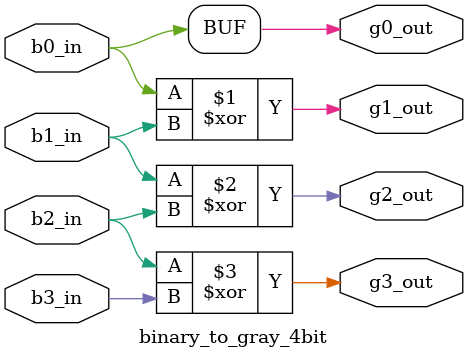
<source format=v>
`timescale 1ns / 1ps

module binary_to_gray_4bit(
input b0_in ,
input b1_in,
input b2_in,
input b3_in,
output g0_out,
output g1_out,
output g2_out,
output g3_out
    );
    
  assign g0_out =b0_in;
  assign g1_out =(b0_in ^  b1_in); 
  assign g2_out =(b1_in ^  b2_in); 
  assign g3_out =(b2_in ^ b3_in);
endmodule



</source>
